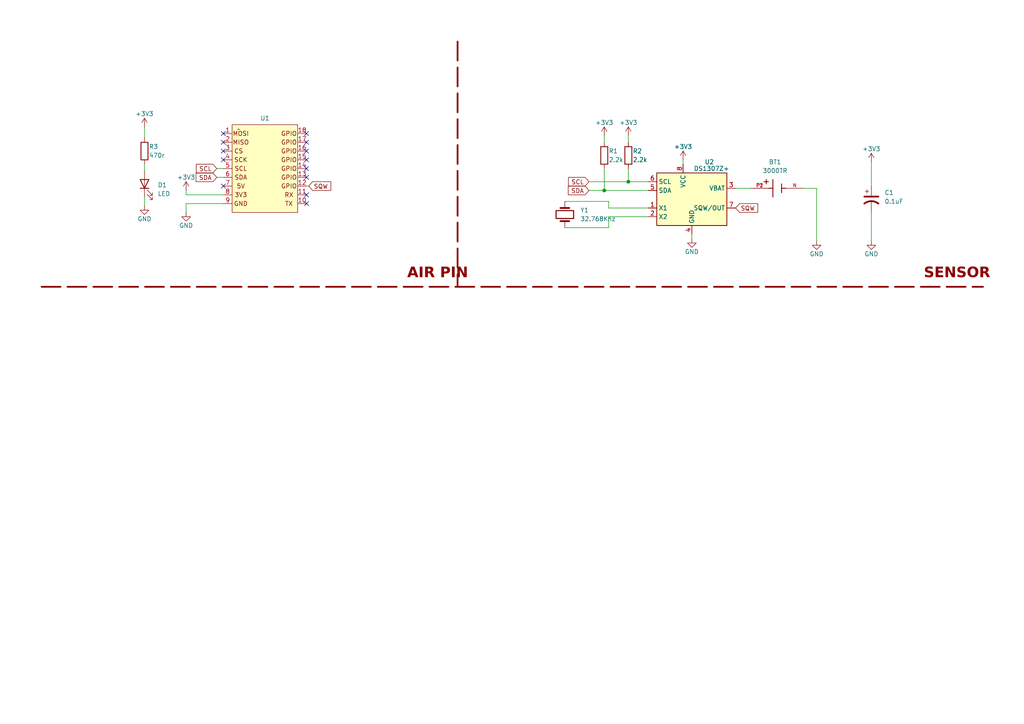
<source format=kicad_sch>
(kicad_sch (version 20230121) (generator eeschema)

  (uuid e7d03d59-2a89-47ef-aaa4-e2868f567b2f)

  (paper "A4")

  (lib_symbols
    (symbol "3000TR:3000TR" (pin_names (offset 1.016)) (in_bom yes) (on_board yes)
      (property "Reference" "BT" (at -3.81 3.81 0)
        (effects (font (size 1.27 1.27)) (justify left bottom))
      )
      (property "Value" "3000TR" (at -3.81 -5.08 0)
        (effects (font (size 1.27 1.27)) (justify left bottom))
      )
      (property "Footprint" "BAT_3000TR" (at 0 0 0)
        (effects (font (size 1.27 1.27)) (justify bottom) hide)
      )
      (property "Datasheet" "" (at 0 0 0)
        (effects (font (size 1.27 1.27)) hide)
      )
      (property "PARTREV" "M" (at 0 0 0)
        (effects (font (size 1.27 1.27)) (justify bottom) hide)
      )
      (property "MANUFACTURER" "Keystone Electronics" (at 0 0 0)
        (effects (font (size 1.27 1.27)) (justify bottom) hide)
      )
      (property "STANDARD" "Manufacturer Recommendations" (at 0 0 0)
        (effects (font (size 1.27 1.27)) (justify bottom) hide)
      )
      (property "MAXIMUM_PACKAGE_HEIGHT" "3.43mm" (at 0 0 0)
        (effects (font (size 1.27 1.27)) (justify bottom) hide)
      )
      (property "SNAPEDA_PN" "3000" (at 0 0 0)
        (effects (font (size 1.27 1.27)) (justify bottom) hide)
      )
      (symbol "3000TR_0_0"
        (polyline
          (pts
            (xy -3.81 1.905)
            (xy -2.54 1.905)
          )
          (stroke (width 0.254) (type default))
          (fill (type none))
        )
        (polyline
          (pts
            (xy -3.175 2.54)
            (xy -3.175 1.27)
          )
          (stroke (width 0.254) (type default))
          (fill (type none))
        )
        (polyline
          (pts
            (xy -1.27 0)
            (xy -2.54 0)
          )
          (stroke (width 0.254) (type default))
          (fill (type none))
        )
        (polyline
          (pts
            (xy -1.27 0)
            (xy -1.27 -2.54)
          )
          (stroke (width 0.254) (type default))
          (fill (type none))
        )
        (polyline
          (pts
            (xy -1.27 2.54)
            (xy -1.27 0)
          )
          (stroke (width 0.254) (type default))
          (fill (type none))
        )
        (polyline
          (pts
            (xy 1.27 0)
            (xy 1.27 -1.27)
          )
          (stroke (width 0.254) (type default))
          (fill (type none))
        )
        (polyline
          (pts
            (xy 1.27 0)
            (xy 2.54 0)
          )
          (stroke (width 0.254) (type default))
          (fill (type none))
        )
        (polyline
          (pts
            (xy 1.27 1.27)
            (xy 1.27 0)
          )
          (stroke (width 0.254) (type default))
          (fill (type none))
        )
        (pin passive line (at 7.62 0 180) (length 5.08)
          (name "~" (effects (font (size 1.016 1.016))))
          (number "N" (effects (font (size 1.016 1.016))))
        )
        (pin passive line (at -7.62 0 0) (length 5.08)
          (name "~" (effects (font (size 1.016 1.016))))
          (number "P1" (effects (font (size 1.016 1.016))))
        )
        (pin passive line (at -7.62 0 0) (length 5.08)
          (name "~" (effects (font (size 1.016 1.016))))
          (number "P2" (effects (font (size 1.016 1.016))))
        )
      )
    )
    (symbol "Device:C_Polarized_US" (pin_numbers hide) (pin_names (offset 0.254) hide) (in_bom yes) (on_board yes)
      (property "Reference" "C" (at 0.635 2.54 0)
        (effects (font (size 1.27 1.27)) (justify left))
      )
      (property "Value" "C_Polarized_US" (at 0.635 -2.54 0)
        (effects (font (size 1.27 1.27)) (justify left))
      )
      (property "Footprint" "" (at 0 0 0)
        (effects (font (size 1.27 1.27)) hide)
      )
      (property "Datasheet" "~" (at 0 0 0)
        (effects (font (size 1.27 1.27)) hide)
      )
      (property "ki_keywords" "cap capacitor" (at 0 0 0)
        (effects (font (size 1.27 1.27)) hide)
      )
      (property "ki_description" "Polarized capacitor, US symbol" (at 0 0 0)
        (effects (font (size 1.27 1.27)) hide)
      )
      (property "ki_fp_filters" "CP_*" (at 0 0 0)
        (effects (font (size 1.27 1.27)) hide)
      )
      (symbol "C_Polarized_US_0_1"
        (polyline
          (pts
            (xy -2.032 0.762)
            (xy 2.032 0.762)
          )
          (stroke (width 0.508) (type default))
          (fill (type none))
        )
        (polyline
          (pts
            (xy -1.778 2.286)
            (xy -0.762 2.286)
          )
          (stroke (width 0) (type default))
          (fill (type none))
        )
        (polyline
          (pts
            (xy -1.27 1.778)
            (xy -1.27 2.794)
          )
          (stroke (width 0) (type default))
          (fill (type none))
        )
        (arc (start 2.032 -1.27) (mid 0 -0.5572) (end -2.032 -1.27)
          (stroke (width 0.508) (type default))
          (fill (type none))
        )
      )
      (symbol "C_Polarized_US_1_1"
        (pin passive line (at 0 3.81 270) (length 2.794)
          (name "~" (effects (font (size 1.27 1.27))))
          (number "1" (effects (font (size 1.27 1.27))))
        )
        (pin passive line (at 0 -3.81 90) (length 3.302)
          (name "~" (effects (font (size 1.27 1.27))))
          (number "2" (effects (font (size 1.27 1.27))))
        )
      )
    )
    (symbol "Device:Crystal" (pin_numbers hide) (pin_names (offset 1.016) hide) (in_bom yes) (on_board yes)
      (property "Reference" "Y" (at 0 3.81 0)
        (effects (font (size 1.27 1.27)))
      )
      (property "Value" "Crystal" (at 0 -3.81 0)
        (effects (font (size 1.27 1.27)))
      )
      (property "Footprint" "" (at 0 0 0)
        (effects (font (size 1.27 1.27)) hide)
      )
      (property "Datasheet" "~" (at 0 0 0)
        (effects (font (size 1.27 1.27)) hide)
      )
      (property "ki_keywords" "quartz ceramic resonator oscillator" (at 0 0 0)
        (effects (font (size 1.27 1.27)) hide)
      )
      (property "ki_description" "Two pin crystal" (at 0 0 0)
        (effects (font (size 1.27 1.27)) hide)
      )
      (property "ki_fp_filters" "Crystal*" (at 0 0 0)
        (effects (font (size 1.27 1.27)) hide)
      )
      (symbol "Crystal_0_1"
        (rectangle (start -1.143 2.54) (end 1.143 -2.54)
          (stroke (width 0.3048) (type default))
          (fill (type none))
        )
        (polyline
          (pts
            (xy -2.54 0)
            (xy -1.905 0)
          )
          (stroke (width 0) (type default))
          (fill (type none))
        )
        (polyline
          (pts
            (xy -1.905 -1.27)
            (xy -1.905 1.27)
          )
          (stroke (width 0.508) (type default))
          (fill (type none))
        )
        (polyline
          (pts
            (xy 1.905 -1.27)
            (xy 1.905 1.27)
          )
          (stroke (width 0.508) (type default))
          (fill (type none))
        )
        (polyline
          (pts
            (xy 2.54 0)
            (xy 1.905 0)
          )
          (stroke (width 0) (type default))
          (fill (type none))
        )
      )
      (symbol "Crystal_1_1"
        (pin passive line (at -3.81 0 0) (length 1.27)
          (name "1" (effects (font (size 1.27 1.27))))
          (number "1" (effects (font (size 1.27 1.27))))
        )
        (pin passive line (at 3.81 0 180) (length 1.27)
          (name "2" (effects (font (size 1.27 1.27))))
          (number "2" (effects (font (size 1.27 1.27))))
        )
      )
    )
    (symbol "Device:LED" (pin_numbers hide) (pin_names (offset 1.016) hide) (in_bom yes) (on_board yes)
      (property "Reference" "D" (at 0 2.54 0)
        (effects (font (size 1.27 1.27)))
      )
      (property "Value" "LED" (at 0 -2.54 0)
        (effects (font (size 1.27 1.27)))
      )
      (property "Footprint" "" (at 0 0 0)
        (effects (font (size 1.27 1.27)) hide)
      )
      (property "Datasheet" "~" (at 0 0 0)
        (effects (font (size 1.27 1.27)) hide)
      )
      (property "ki_keywords" "LED diode" (at 0 0 0)
        (effects (font (size 1.27 1.27)) hide)
      )
      (property "ki_description" "Light emitting diode" (at 0 0 0)
        (effects (font (size 1.27 1.27)) hide)
      )
      (property "ki_fp_filters" "LED* LED_SMD:* LED_THT:*" (at 0 0 0)
        (effects (font (size 1.27 1.27)) hide)
      )
      (symbol "LED_0_1"
        (polyline
          (pts
            (xy -1.27 -1.27)
            (xy -1.27 1.27)
          )
          (stroke (width 0.254) (type default))
          (fill (type none))
        )
        (polyline
          (pts
            (xy -1.27 0)
            (xy 1.27 0)
          )
          (stroke (width 0) (type default))
          (fill (type none))
        )
        (polyline
          (pts
            (xy 1.27 -1.27)
            (xy 1.27 1.27)
            (xy -1.27 0)
            (xy 1.27 -1.27)
          )
          (stroke (width 0.254) (type default))
          (fill (type none))
        )
        (polyline
          (pts
            (xy -3.048 -0.762)
            (xy -4.572 -2.286)
            (xy -3.81 -2.286)
            (xy -4.572 -2.286)
            (xy -4.572 -1.524)
          )
          (stroke (width 0) (type default))
          (fill (type none))
        )
        (polyline
          (pts
            (xy -1.778 -0.762)
            (xy -3.302 -2.286)
            (xy -2.54 -2.286)
            (xy -3.302 -2.286)
            (xy -3.302 -1.524)
          )
          (stroke (width 0) (type default))
          (fill (type none))
        )
      )
      (symbol "LED_1_1"
        (pin passive line (at -3.81 0 0) (length 2.54)
          (name "K" (effects (font (size 1.27 1.27))))
          (number "1" (effects (font (size 1.27 1.27))))
        )
        (pin passive line (at 3.81 0 180) (length 2.54)
          (name "A" (effects (font (size 1.27 1.27))))
          (number "2" (effects (font (size 1.27 1.27))))
        )
      )
    )
    (symbol "Device:R" (pin_numbers hide) (pin_names (offset 0)) (in_bom yes) (on_board yes)
      (property "Reference" "R" (at 2.032 0 90)
        (effects (font (size 1.27 1.27)))
      )
      (property "Value" "R" (at 0 0 90)
        (effects (font (size 1.27 1.27)))
      )
      (property "Footprint" "" (at -1.778 0 90)
        (effects (font (size 1.27 1.27)) hide)
      )
      (property "Datasheet" "~" (at 0 0 0)
        (effects (font (size 1.27 1.27)) hide)
      )
      (property "ki_keywords" "R res resistor" (at 0 0 0)
        (effects (font (size 1.27 1.27)) hide)
      )
      (property "ki_description" "Resistor" (at 0 0 0)
        (effects (font (size 1.27 1.27)) hide)
      )
      (property "ki_fp_filters" "R_*" (at 0 0 0)
        (effects (font (size 1.27 1.27)) hide)
      )
      (symbol "R_0_1"
        (rectangle (start -1.016 -2.54) (end 1.016 2.54)
          (stroke (width 0.254) (type default))
          (fill (type none))
        )
      )
      (symbol "R_1_1"
        (pin passive line (at 0 3.81 270) (length 1.27)
          (name "~" (effects (font (size 1.27 1.27))))
          (number "1" (effects (font (size 1.27 1.27))))
        )
        (pin passive line (at 0 -3.81 90) (length 1.27)
          (name "~" (effects (font (size 1.27 1.27))))
          (number "2" (effects (font (size 1.27 1.27))))
        )
      )
    )
    (symbol "Timer_RTC:DS1307Z+" (in_bom yes) (on_board yes)
      (property "Reference" "U3" (at 16.51 3.6479 0)
        (effects (font (size 1.27 1.27)))
      )
      (property "Value" "DS1307Z+" (at 16.51 1.1079 0)
        (effects (font (size 1.27 1.27)))
      )
      (property "Footprint" "Package_SO:SOIC-8_3.9x4.9mm_P1.27mm" (at 0 -12.7 0)
        (effects (font (size 1.27 1.27)) hide)
      )
      (property "Datasheet" "https://datasheets.maximintegrated.com/en/ds/DS1307.pdf" (at 1.27 -7.62 0)
        (effects (font (size 1.27 1.27)) hide)
      )
      (property "ki_keywords" "RTC, I2C Timekeeping Chip" (at 0 0 0)
        (effects (font (size 1.27 1.27)) hide)
      )
      (property "ki_description" "64 x 8, Serial, I2C Real-time clock, 4.5V to 5.5V VCC, 0°C to +70°C, SOIC-8" (at 0 0 0)
        (effects (font (size 1.27 1.27)) hide)
      )
      (property "ki_fp_filters" "SOIC*3.9x4.9mm?P1.27mm*" (at 0 0 0)
        (effects (font (size 1.27 1.27)) hide)
      )
      (symbol "DS1307Z+_0_1"
        (rectangle (start -10.16 7.62) (end 10.16 -7.62)
          (stroke (width 0.254) (type default))
          (fill (type background))
        )
      )
      (symbol "DS1307Z+_1_1"
        (pin input line (at -12.7 -2.54 0) (length 2.54)
          (name "X1" (effects (font (size 1.27 1.27))))
          (number "1" (effects (font (size 1.27 1.27))))
        )
        (pin input line (at -12.7 -5.08 0) (length 2.54)
          (name "X2" (effects (font (size 1.27 1.27))))
          (number "2" (effects (font (size 1.27 1.27))))
        )
        (pin power_in line (at 12.7 3.175 180) (length 2.54)
          (name "VBAT" (effects (font (size 1.27 1.27))))
          (number "3" (effects (font (size 1.27 1.27))))
        )
        (pin power_in line (at 0 -10.16 90) (length 2.54)
          (name "GND" (effects (font (size 1.27 1.27))))
          (number "4" (effects (font (size 1.27 1.27))))
        )
        (pin bidirectional line (at -12.7 2.54 0) (length 2.54)
          (name "SDA" (effects (font (size 1.27 1.27))))
          (number "5" (effects (font (size 1.27 1.27))))
        )
        (pin input line (at -12.7 5.08 0) (length 2.54)
          (name "SCL" (effects (font (size 1.27 1.27))))
          (number "6" (effects (font (size 1.27 1.27))))
        )
        (pin open_collector line (at 12.7 -2.54 180) (length 2.54)
          (name "SQW/OUT" (effects (font (size 1.27 1.27))))
          (number "7" (effects (font (size 1.27 1.27))))
        )
        (pin power_in line (at -2.54 10.16 270) (length 2.54)
          (name "VCC" (effects (font (size 1.27 1.27))))
          (number "8" (effects (font (size 1.27 1.27))))
        )
      )
    )
    (symbol "moduler_pin:air" (in_bom yes) (on_board yes)
      (property "Reference" "U" (at 7.62 2.54 0)
        (effects (font (size 1.27 1.27)))
      )
      (property "Value" "" (at 0 0 0)
        (effects (font (size 1.27 1.27)))
      )
      (property "Footprint" "" (at 0 0 0)
        (effects (font (size 1.27 1.27)) hide)
      )
      (property "Datasheet" "" (at 0 0 0)
        (effects (font (size 1.27 1.27)) hide)
      )
      (symbol "air_1_1"
        (rectangle (start -1.905 1.27) (end 17.145 -24.13)
          (stroke (width 0) (type default))
          (fill (type background))
        )
        (text "3V3" (at 0.635 -19.05 0)
          (effects (font (size 1.27 1.27)))
        )
        (text "5V" (at 0.635 -16.51 0)
          (effects (font (size 1.27 1.27)))
        )
        (text "CS" (at 0 -6.35 0)
          (effects (font (size 1.27 1.27)))
        )
        (text "GND" (at 0.635 -21.59 0)
          (effects (font (size 1.27 1.27)))
        )
        (text "GPIO" (at 14.605 -16.51 0)
          (effects (font (size 1.27 1.27)))
        )
        (text "GPIO" (at 14.605 -13.97 0)
          (effects (font (size 1.27 1.27)))
        )
        (text "GPIO" (at 14.605 -11.43 0)
          (effects (font (size 1.27 1.27)))
        )
        (text "GPIO" (at 14.605 -8.89 0)
          (effects (font (size 1.27 1.27)))
        )
        (text "GPIO" (at 14.605 -6.35 0)
          (effects (font (size 1.27 1.27)))
        )
        (text "GPIO" (at 14.605 -3.81 0)
          (effects (font (size 1.27 1.27)))
        )
        (text "GPIO" (at 14.605 -1.27 0)
          (effects (font (size 1.27 1.27)))
        )
        (text "MISO" (at 0.635 -3.81 0)
          (effects (font (size 1.27 1.27)))
        )
        (text "MOSI" (at 0.635 -1.27 0)
          (effects (font (size 1.27 1.27)))
        )
        (text "RX" (at 14.605 -19.05 0)
          (effects (font (size 1.27 1.27)))
        )
        (text "SCK" (at 0.635 -8.89 0)
          (effects (font (size 1.27 1.27)))
        )
        (text "SCL" (at 0.635 -11.43 0)
          (effects (font (size 1.27 1.27)))
        )
        (text "SDA" (at 0.635 -13.97 0)
          (effects (font (size 1.27 1.27)))
        )
        (text "TX" (at 14.605 -21.59 0)
          (effects (font (size 1.27 1.27)))
        )
        (pin input line (at -4.445 -1.27 0) (length 2.54)
          (name "" (effects (font (size 1.27 1.27))))
          (number "1" (effects (font (size 1.27 1.27))))
        )
        (pin input line (at 19.685 -21.59 180) (length 2.54)
          (name "" (effects (font (size 1.27 1.27))))
          (number "10" (effects (font (size 1.27 1.27))))
        )
        (pin input line (at 19.685 -19.05 180) (length 2.54)
          (name "" (effects (font (size 1.27 1.27))))
          (number "11" (effects (font (size 1.27 1.27))))
        )
        (pin input line (at 19.685 -16.51 180) (length 2.54)
          (name "" (effects (font (size 1.27 1.27))))
          (number "12" (effects (font (size 1.27 1.27))))
        )
        (pin input line (at 19.685 -13.97 180) (length 2.54)
          (name "" (effects (font (size 1.27 1.27))))
          (number "13" (effects (font (size 1.27 1.27))))
        )
        (pin input line (at 19.685 -11.43 180) (length 2.54)
          (name "" (effects (font (size 1.27 1.27))))
          (number "14" (effects (font (size 1.27 1.27))))
        )
        (pin input line (at 19.685 -8.89 180) (length 2.54)
          (name "" (effects (font (size 1.27 1.27))))
          (number "15" (effects (font (size 1.27 1.27))))
        )
        (pin input line (at 19.685 -6.35 180) (length 2.54)
          (name "" (effects (font (size 1.27 1.27))))
          (number "16" (effects (font (size 1.27 1.27))))
        )
        (pin input line (at 19.685 -3.81 180) (length 2.54)
          (name "" (effects (font (size 1.27 1.27))))
          (number "17" (effects (font (size 1.27 1.27))))
        )
        (pin input line (at 19.685 -1.27 180) (length 2.54)
          (name "" (effects (font (size 1.27 1.27))))
          (number "18" (effects (font (size 1.27 1.27))))
        )
        (pin input line (at -4.445 -3.81 0) (length 2.54)
          (name "" (effects (font (size 1.27 1.27))))
          (number "2" (effects (font (size 1.27 1.27))))
        )
        (pin input line (at -4.445 -6.35 0) (length 2.54)
          (name "" (effects (font (size 1.27 1.27))))
          (number "3" (effects (font (size 1.27 1.27))))
        )
        (pin input line (at -4.445 -8.89 0) (length 2.54)
          (name "" (effects (font (size 1.27 1.27))))
          (number "4" (effects (font (size 1.27 1.27))))
        )
        (pin input line (at -4.445 -11.43 0) (length 2.54)
          (name "" (effects (font (size 1.27 1.27))))
          (number "5" (effects (font (size 1.27 1.27))))
        )
        (pin input line (at -4.445 -13.97 0) (length 2.54)
          (name "" (effects (font (size 1.27 1.27))))
          (number "6" (effects (font (size 1.27 1.27))))
        )
        (pin input line (at -4.445 -16.51 0) (length 2.54)
          (name "" (effects (font (size 1.27 1.27))))
          (number "7" (effects (font (size 1.27 1.27))))
        )
        (pin input line (at -4.445 -19.05 0) (length 2.54)
          (name "" (effects (font (size 1.27 1.27))))
          (number "8" (effects (font (size 1.27 1.27))))
        )
        (pin input line (at -4.445 -21.59 0) (length 2.54)
          (name "" (effects (font (size 1.27 1.27))))
          (number "9" (effects (font (size 1.27 1.27))))
        )
      )
    )
    (symbol "power:+3V3" (power) (pin_names (offset 0)) (in_bom yes) (on_board yes)
      (property "Reference" "#PWR" (at 0 -3.81 0)
        (effects (font (size 1.27 1.27)) hide)
      )
      (property "Value" "+3V3" (at 0 3.556 0)
        (effects (font (size 1.27 1.27)))
      )
      (property "Footprint" "" (at 0 0 0)
        (effects (font (size 1.27 1.27)) hide)
      )
      (property "Datasheet" "" (at 0 0 0)
        (effects (font (size 1.27 1.27)) hide)
      )
      (property "ki_keywords" "global power" (at 0 0 0)
        (effects (font (size 1.27 1.27)) hide)
      )
      (property "ki_description" "Power symbol creates a global label with name \"+3V3\"" (at 0 0 0)
        (effects (font (size 1.27 1.27)) hide)
      )
      (symbol "+3V3_0_1"
        (polyline
          (pts
            (xy -0.762 1.27)
            (xy 0 2.54)
          )
          (stroke (width 0) (type default))
          (fill (type none))
        )
        (polyline
          (pts
            (xy 0 0)
            (xy 0 2.54)
          )
          (stroke (width 0) (type default))
          (fill (type none))
        )
        (polyline
          (pts
            (xy 0 2.54)
            (xy 0.762 1.27)
          )
          (stroke (width 0) (type default))
          (fill (type none))
        )
      )
      (symbol "+3V3_1_1"
        (pin power_in line (at 0 0 90) (length 0) hide
          (name "+3V3" (effects (font (size 1.27 1.27))))
          (number "1" (effects (font (size 1.27 1.27))))
        )
      )
    )
    (symbol "power:GND" (power) (pin_names (offset 0)) (in_bom yes) (on_board yes)
      (property "Reference" "#PWR" (at 0 -6.35 0)
        (effects (font (size 1.27 1.27)) hide)
      )
      (property "Value" "GND" (at 0 -3.81 0)
        (effects (font (size 1.27 1.27)))
      )
      (property "Footprint" "" (at 0 0 0)
        (effects (font (size 1.27 1.27)) hide)
      )
      (property "Datasheet" "" (at 0 0 0)
        (effects (font (size 1.27 1.27)) hide)
      )
      (property "ki_keywords" "power-flag" (at 0 0 0)
        (effects (font (size 1.27 1.27)) hide)
      )
      (property "ki_description" "Power symbol creates a global label with name \"GND\" , ground" (at 0 0 0)
        (effects (font (size 1.27 1.27)) hide)
      )
      (symbol "GND_0_1"
        (polyline
          (pts
            (xy 0 0)
            (xy 0 -1.27)
            (xy 1.27 -1.27)
            (xy 0 -2.54)
            (xy -1.27 -1.27)
            (xy 0 -1.27)
          )
          (stroke (width 0) (type default))
          (fill (type none))
        )
      )
      (symbol "GND_1_1"
        (pin power_in line (at 0 0 270) (length 0) hide
          (name "GND" (effects (font (size 1.27 1.27))))
          (number "1" (effects (font (size 1.27 1.27))))
        )
      )
    )
  )

  (junction (at 182.245 52.705) (diameter 0) (color 0 0 0 0)
    (uuid 44fe027d-3e44-4802-a6d8-601b7a56392c)
  )
  (junction (at 175.26 55.245) (diameter 0) (color 0 0 0 0)
    (uuid af1ef724-8008-492a-a7f5-39947fb13a58)
  )

  (no_connect (at 64.77 43.815) (uuid 0123f662-9220-4be6-a7c9-46ecaf2408bb))
  (no_connect (at 88.9 56.515) (uuid 14a46752-5548-4200-a087-42cebb0ba68e))
  (no_connect (at 88.9 38.735) (uuid 201507ce-60b1-4c63-ac6f-c43bf13e9b05))
  (no_connect (at 64.77 38.735) (uuid 365f35b0-ff13-47bb-bbdb-7b321134cd9e))
  (no_connect (at 88.9 51.435) (uuid 379a6938-671d-4ad2-a516-b7b649bd6439))
  (no_connect (at 88.9 59.055) (uuid 4e2ca0d2-d7f9-4683-8090-d48305a51973))
  (no_connect (at 88.9 43.815) (uuid 4e5038fd-2658-4c1e-8314-3b3ec2a19c3d))
  (no_connect (at 64.77 46.355) (uuid 7ebc8d05-016e-4f06-bbe4-6b32d7f36e8c))
  (no_connect (at 88.9 48.895) (uuid 8b846fc4-c8f9-48cb-8931-c7e6bd9593c1))
  (no_connect (at 88.9 41.275) (uuid 9f6da630-8903-4a70-9b22-39b3391062e6))
  (no_connect (at 88.9 46.355) (uuid b02f28d0-8ee1-46a4-b79c-b5f079b782b2))
  (no_connect (at 64.77 53.975) (uuid c79c6686-419c-4795-bea7-9cf230b132e4))
  (no_connect (at 64.77 41.275) (uuid fbd40fec-f328-4fb8-a6ee-fea31cac051f))

  (polyline (pts (xy 12.065 83.185) (xy 285.115 83.185))
    (stroke (width 0.5) (type dash) (color 132 0 0 1))
    (uuid 0e06416d-72d7-4af7-8fd7-2362d9b2b220)
  )

  (wire (pts (xy 252.73 46.99) (xy 252.73 53.975))
    (stroke (width 0) (type default))
    (uuid 10bdf9f3-b300-49ed-b062-bf628fd2892a)
  )
  (wire (pts (xy 213.36 54.61) (xy 217.805 54.61))
    (stroke (width 0) (type default))
    (uuid 1acd68ad-6711-43ad-a9a1-8b8ba564e76b)
  )
  (wire (pts (xy 236.855 54.61) (xy 236.855 69.85))
    (stroke (width 0) (type default))
    (uuid 20a79ab5-dcc9-4a0c-83eb-83c0527d7d07)
  )
  (wire (pts (xy 175.26 39.37) (xy 175.26 41.275))
    (stroke (width 0) (type default))
    (uuid 39d650fa-b19f-41a4-8678-b70baaab2cd4)
  )
  (wire (pts (xy 187.96 60.325) (xy 176.53 60.325))
    (stroke (width 0) (type default))
    (uuid 3a0568d0-d979-445b-80ba-1dd02cd52113)
  )
  (wire (pts (xy 53.975 56.515) (xy 64.77 56.515))
    (stroke (width 0) (type default))
    (uuid 42d517f1-f9bc-45f4-9252-9d6528c79b7b)
  )
  (wire (pts (xy 176.53 62.865) (xy 187.96 62.865))
    (stroke (width 0) (type default))
    (uuid 43ed9d43-04bb-443d-a0f9-4c619c1d8d70)
  )
  (wire (pts (xy 89.535 53.975) (xy 88.9 53.975))
    (stroke (width 0) (type default))
    (uuid 4467afca-c160-4f7e-9e17-76d51f36aee0)
  )
  (wire (pts (xy 53.975 59.055) (xy 64.77 59.055))
    (stroke (width 0) (type default))
    (uuid 4a0de37e-d1dd-4d5a-9e29-2e2b19e2e8ad)
  )
  (wire (pts (xy 53.975 61.595) (xy 53.975 59.055))
    (stroke (width 0) (type default))
    (uuid 57a02a1e-0667-4b22-bc19-c21d3650316d)
  )
  (wire (pts (xy 41.91 59.69) (xy 41.91 57.15))
    (stroke (width 0) (type default))
    (uuid 66d5471e-c6df-4afc-98da-4d0a294c1019)
  )
  (wire (pts (xy 62.865 48.895) (xy 64.77 48.895))
    (stroke (width 0) (type default))
    (uuid 6f60485b-5429-42eb-bae6-21052e838c41)
  )
  (wire (pts (xy 170.815 55.245) (xy 175.26 55.245))
    (stroke (width 0) (type default))
    (uuid 703d15d4-71eb-4064-a446-b15c2935692e)
  )
  (wire (pts (xy 233.045 54.61) (xy 236.855 54.61))
    (stroke (width 0) (type default))
    (uuid 73acf139-3591-4c86-9cc5-5e4066426976)
  )
  (polyline (pts (xy 132.715 12.065) (xy 132.715 83.185))
    (stroke (width 0.5) (type dash) (color 132 0 0 1))
    (uuid 741891ba-2369-4bee-887d-8c4d42e0808f)
  )

  (wire (pts (xy 182.245 52.705) (xy 187.96 52.705))
    (stroke (width 0) (type default))
    (uuid 8ab83133-7108-4e26-a1fb-b3dc7d03cb9f)
  )
  (wire (pts (xy 175.26 48.895) (xy 175.26 55.245))
    (stroke (width 0) (type default))
    (uuid 8b38c9a4-aece-4167-9a11-33e88c030920)
  )
  (wire (pts (xy 198.12 46.355) (xy 198.12 47.625))
    (stroke (width 0) (type default))
    (uuid 9d74dd73-e36c-45ae-a598-5d70e867e291)
  )
  (wire (pts (xy 176.53 66.04) (xy 176.53 62.865))
    (stroke (width 0) (type default))
    (uuid a030909f-1c1b-478e-b1f2-9777863d7a25)
  )
  (wire (pts (xy 252.73 69.85) (xy 252.73 61.595))
    (stroke (width 0) (type default))
    (uuid b45e2a0b-1c02-4802-859e-5f261ee18828)
  )
  (wire (pts (xy 182.245 39.37) (xy 182.245 41.275))
    (stroke (width 0) (type default))
    (uuid b66d8404-8f49-4e28-b816-be34553c20cb)
  )
  (wire (pts (xy 41.91 47.625) (xy 41.91 49.53))
    (stroke (width 0) (type default))
    (uuid bc8e6a65-00b5-4128-b4dd-c72bfa1815b6)
  )
  (wire (pts (xy 176.53 58.42) (xy 163.83 58.42))
    (stroke (width 0) (type default))
    (uuid c19b56f9-2d78-4584-9be1-f82d8eb2a3b2)
  )
  (wire (pts (xy 176.53 60.325) (xy 176.53 58.42))
    (stroke (width 0) (type default))
    (uuid c341002f-c334-436c-8474-15a5bd827323)
  )
  (wire (pts (xy 170.815 52.705) (xy 182.245 52.705))
    (stroke (width 0) (type default))
    (uuid cf07dfe6-bf24-47e0-a070-a8e25d6dd9e5)
  )
  (wire (pts (xy 53.975 55.245) (xy 53.975 56.515))
    (stroke (width 0) (type default))
    (uuid cf0d28db-91ff-4c16-b939-d2729a54cfe9)
  )
  (wire (pts (xy 182.245 48.895) (xy 182.245 52.705))
    (stroke (width 0) (type default))
    (uuid d3c5fb99-1b75-437c-9c10-ecc298755e80)
  )
  (wire (pts (xy 200.66 69.215) (xy 200.66 67.945))
    (stroke (width 0) (type default))
    (uuid d893309c-3b71-4b9c-8f2a-d7cc227dc7ff)
  )
  (wire (pts (xy 41.91 36.83) (xy 41.91 40.005))
    (stroke (width 0) (type default))
    (uuid eeab73f6-b409-4a20-a9ae-864e62c7f103)
  )
  (wire (pts (xy 163.83 66.04) (xy 176.53 66.04))
    (stroke (width 0) (type default))
    (uuid f0ebc9e6-ef2c-4901-8345-99d15b502786)
  )
  (wire (pts (xy 175.26 55.245) (xy 187.96 55.245))
    (stroke (width 0) (type default))
    (uuid f236ac1c-1f55-4b91-99f9-3765a8258a47)
  )
  (wire (pts (xy 62.865 51.435) (xy 64.77 51.435))
    (stroke (width 0) (type default))
    (uuid fb8c454b-bc11-49f7-b29d-b51941963c8c)
  )

  (text "AIR PIN" (at 118.11 81.915 0)
    (effects (font (face "Calibri") (size 3 3) (thickness 0.6) bold (color 132 0 0 1)) (justify left bottom))
    (uuid 45faa6a5-74a0-431c-bf50-71bd5856bc51)
  )
  (text "SENSOR" (at 267.97 81.915 0)
    (effects (font (face "Calibri") (size 3 3) (thickness 0.6) bold (color 132 0 0 1)) (justify left bottom))
    (uuid a5edf1e1-ae8d-4812-965b-2eeb8a6f5bd8)
  )

  (global_label "SCL" (shape input) (at 62.865 48.895 180) (fields_autoplaced)
    (effects (font (size 1.27 1.27)) (justify right))
    (uuid 01d76573-45e4-45de-9329-ba6acebb04d0)
    (property "Intersheetrefs" "${INTERSHEET_REFS}" (at 56.4516 48.895 0)
      (effects (font (size 1.27 1.27)) (justify right) hide)
    )
  )
  (global_label "SDA" (shape input) (at 170.815 55.245 180) (fields_autoplaced)
    (effects (font (size 1.27 1.27)) (justify right))
    (uuid 0531625b-ff4d-4391-872e-0725a891c65f)
    (property "Intersheetrefs" "${INTERSHEET_REFS}" (at 164.3411 55.245 0)
      (effects (font (size 1.27 1.27)) (justify right) hide)
    )
  )
  (global_label "SQW" (shape input) (at 89.535 53.975 0) (fields_autoplaced)
    (effects (font (size 1.27 1.27)) (justify left))
    (uuid 4c7bc3fb-17d5-43a8-a7a1-6105b7fbf1ec)
    (property "Intersheetrefs" "${INTERSHEET_REFS}" (at 96.4322 53.975 0)
      (effects (font (size 1.27 1.27)) (justify left) hide)
    )
  )
  (global_label "SQW" (shape input) (at 213.36 60.325 0) (fields_autoplaced)
    (effects (font (size 1.27 1.27)) (justify left))
    (uuid 935cbdb3-55eb-48b5-84c9-47c9c5ee488c)
    (property "Intersheetrefs" "${INTERSHEET_REFS}" (at 220.2572 60.325 0)
      (effects (font (size 1.27 1.27)) (justify left) hide)
    )
  )
  (global_label "SCL" (shape input) (at 170.815 52.705 180) (fields_autoplaced)
    (effects (font (size 1.27 1.27)) (justify right))
    (uuid e0289b16-3d41-4fad-997d-3de6d689ca83)
    (property "Intersheetrefs" "${INTERSHEET_REFS}" (at 164.4016 52.705 0)
      (effects (font (size 1.27 1.27)) (justify right) hide)
    )
  )
  (global_label "SDA" (shape input) (at 62.865 51.435 180) (fields_autoplaced)
    (effects (font (size 1.27 1.27)) (justify right))
    (uuid e311c6b9-b808-4b18-9c44-71e580cc4d8c)
    (property "Intersheetrefs" "${INTERSHEET_REFS}" (at 56.3911 51.435 0)
      (effects (font (size 1.27 1.27)) (justify right) hide)
    )
  )

  (symbol (lib_id "Device:R") (at 41.91 43.815 0) (unit 1)
    (in_bom yes) (on_board yes) (dnp no)
    (uuid 10fcc7dc-c920-4d12-8dc4-b4f613bb7443)
    (property "Reference" "R3" (at 43.18 42.545 0)
      (effects (font (size 1.27 1.27)) (justify left))
    )
    (property "Value" "470r" (at 43.18 45.085 0)
      (effects (font (size 1.27 1.27)) (justify left))
    )
    (property "Footprint" "Resistor_SMD:R_0805_2012Metric" (at 40.132 43.815 90)
      (effects (font (size 1.27 1.27)) hide)
    )
    (property "Datasheet" "~" (at 41.91 43.815 0)
      (effects (font (size 1.27 1.27)) hide)
    )
    (pin "1" (uuid 954f5eac-e54c-49f5-8ded-e5bb76f1d7ca))
    (pin "2" (uuid 139c2162-b95b-4cb9-95f6-4fe84fc3998b))
    (instances
      (project "0005_RTC_Module_DS1307"
        (path "/e7d03d59-2a89-47ef-aaa4-e2868f567b2f"
          (reference "R3") (unit 1)
        )
      )
    )
  )

  (symbol (lib_id "power:+3V3") (at 252.73 46.99 0) (unit 1)
    (in_bom yes) (on_board yes) (dnp no)
    (uuid 2332f940-fcd8-49c7-b19e-4cc35a529c02)
    (property "Reference" "#PWR03" (at 252.73 50.8 0)
      (effects (font (size 1.27 1.27)) hide)
    )
    (property "Value" "+3V3" (at 252.73 43.18 0)
      (effects (font (size 1.27 1.27)))
    )
    (property "Footprint" "" (at 252.73 46.99 0)
      (effects (font (size 1.27 1.27)) hide)
    )
    (property "Datasheet" "" (at 252.73 46.99 0)
      (effects (font (size 1.27 1.27)) hide)
    )
    (pin "1" (uuid cad4861f-d34a-4820-ab3c-23d16309ada5))
    (instances
      (project "0005_RTC_Module_DS1307"
        (path "/e7d03d59-2a89-47ef-aaa4-e2868f567b2f"
          (reference "#PWR03") (unit 1)
        )
      )
    )
  )

  (symbol (lib_id "Timer_RTC:DS1307Z+") (at 200.66 57.785 0) (unit 1)
    (in_bom yes) (on_board yes) (dnp no)
    (uuid 2350d3cb-1b67-41a2-8c85-60a8b2e6fefd)
    (property "Reference" "U2" (at 205.74 46.99 0)
      (effects (font (size 1.27 1.27)))
    )
    (property "Value" "DS1307Z+" (at 206.375 48.895 0)
      (effects (font (size 1.27 1.27)))
    )
    (property "Footprint" "Package_SO:SOIC-8_3.9x4.9mm_P1.27mm" (at 200.66 70.485 0)
      (effects (font (size 1.27 1.27)) hide)
    )
    (property "Datasheet" "https://datasheets.maximintegrated.com/en/ds/DS1307.pdf" (at 201.93 65.405 0)
      (effects (font (size 1.27 1.27)) hide)
    )
    (pin "1" (uuid 7d17e974-5521-4b73-a59a-f0595943667e))
    (pin "2" (uuid f94e98fe-cf45-43db-99f6-fec2c476b4ce))
    (pin "3" (uuid 70d63b70-2261-4111-87c7-28ac6ce8e1b5))
    (pin "4" (uuid c11155e0-dbe0-4a41-a382-2e3b477a0613))
    (pin "5" (uuid 8d437034-1b17-4035-a42b-c71942ff93ab))
    (pin "6" (uuid b3b9d3bd-7062-4b02-806d-cd2c4efaa3bf))
    (pin "7" (uuid f4f28626-87ac-4dad-a0a5-53927297f0d1))
    (pin "8" (uuid 5429bb17-d2ca-4687-b54e-eed978bb8b56))
    (instances
      (project "0005_RTC_Module_DS1307"
        (path "/e7d03d59-2a89-47ef-aaa4-e2868f567b2f"
          (reference "U2") (unit 1)
        )
      )
    )
  )

  (symbol (lib_id "power:GND") (at 41.91 59.69 0) (unit 1)
    (in_bom yes) (on_board yes) (dnp no)
    (uuid 496a2e0b-5061-4442-8923-e10ceb3b6590)
    (property "Reference" "#PWR01" (at 41.91 66.04 0)
      (effects (font (size 1.27 1.27)) hide)
    )
    (property "Value" "GND" (at 41.91 63.5 0)
      (effects (font (size 1.27 1.27)))
    )
    (property "Footprint" "" (at 41.91 59.69 0)
      (effects (font (size 1.27 1.27)) hide)
    )
    (property "Datasheet" "" (at 41.91 59.69 0)
      (effects (font (size 1.27 1.27)) hide)
    )
    (pin "1" (uuid bfa43fae-7639-41ef-ba85-ffd5e7baecb1))
    (instances
      (project "0005_RTC_Module"
        (path "/afad4ce4-ab63-4203-a1e6-29e4f691ae56"
          (reference "#PWR01") (unit 1)
        )
      )
      (project "0005_RTC_Module_DS1307"
        (path "/e7d03d59-2a89-47ef-aaa4-e2868f567b2f"
          (reference "#PWR09") (unit 1)
        )
      )
    )
  )

  (symbol (lib_id "power:GND") (at 252.73 69.85 0) (unit 1)
    (in_bom yes) (on_board yes) (dnp no)
    (uuid 56618b6c-1bd9-4c0d-8fd4-082d91b529eb)
    (property "Reference" "#PWR04" (at 252.73 76.2 0)
      (effects (font (size 1.27 1.27)) hide)
    )
    (property "Value" "GND" (at 252.73 73.66 0)
      (effects (font (size 1.27 1.27)))
    )
    (property "Footprint" "" (at 252.73 69.85 0)
      (effects (font (size 1.27 1.27)) hide)
    )
    (property "Datasheet" "" (at 252.73 69.85 0)
      (effects (font (size 1.27 1.27)) hide)
    )
    (pin "1" (uuid 1346b634-66d8-4ae7-81ed-e7abed37a415))
    (instances
      (project "0005_RTC_Module"
        (path "/afad4ce4-ab63-4203-a1e6-29e4f691ae56"
          (reference "#PWR04") (unit 1)
        )
      )
      (project "0005_RTC_Module_DS1307"
        (path "/e7d03d59-2a89-47ef-aaa4-e2868f567b2f"
          (reference "#PWR07") (unit 1)
        )
      )
    )
  )

  (symbol (lib_id "moduler_pin:air") (at 69.215 37.465 0) (unit 1)
    (in_bom yes) (on_board yes) (dnp no) (fields_autoplaced)
    (uuid 5d03bc52-4d0f-4465-a67e-f8b45ee6b368)
    (property "Reference" "U1" (at 76.835 34.29 0)
      (effects (font (size 1.27 1.27)))
    )
    (property "Value" "~" (at 69.215 37.465 0)
      (effects (font (size 1.27 1.27)))
    )
    (property "Footprint" "Moduler_:pin_header" (at 69.215 37.465 0)
      (effects (font (size 1.27 1.27)) hide)
    )
    (property "Datasheet" "" (at 69.215 37.465 0)
      (effects (font (size 1.27 1.27)) hide)
    )
    (pin "1" (uuid 3d02e3fc-3eb8-4149-a932-8c83bae6d3b0))
    (pin "10" (uuid ba006dd1-8913-4a17-ad38-d82a817af179))
    (pin "11" (uuid 3825546a-ec59-4805-97e0-d0f7fdeb0bd2))
    (pin "12" (uuid ac0ce132-cc83-49c6-ac3a-f8e7f6f3a468))
    (pin "13" (uuid 2a8fd593-d70a-4dcc-8891-2e3a3a977b88))
    (pin "14" (uuid 71b9e69e-8cb0-48d4-9655-7e104c5c47af))
    (pin "15" (uuid 67af9961-4fe4-43c3-adc2-3c00f00cd938))
    (pin "16" (uuid 23bfcbbf-fa24-4529-a2fc-877ef62f4489))
    (pin "17" (uuid eb4137b9-3104-48fb-a67b-6b24928ffeeb))
    (pin "18" (uuid 868c0659-13ae-4696-b721-56dd6474edca))
    (pin "2" (uuid a0196e75-22e4-4309-98ed-3c46e1cc8c86))
    (pin "3" (uuid 6a620ce7-ece5-4fbd-b4ec-c4e3e599ffde))
    (pin "4" (uuid 7258df48-bf65-40e9-be29-839654d0e048))
    (pin "5" (uuid 4293bcd5-602b-4ff5-a31a-469a62b4d34a))
    (pin "6" (uuid e674e564-5472-40fa-8367-10392b4cd51d))
    (pin "7" (uuid 6bc88205-e0f3-44c4-9bd3-dabbcb02b0b2))
    (pin "8" (uuid d951c57e-9f40-4dbf-871a-8673b76ce84b))
    (pin "9" (uuid 7f09dc0e-f8ed-427c-846a-5804e84fa5bc))
    (instances
      (project "0005_RTC_Module_DS1307"
        (path "/e7d03d59-2a89-47ef-aaa4-e2868f567b2f"
          (reference "U1") (unit 1)
        )
      )
    )
  )

  (symbol (lib_id "Device:Crystal") (at 163.83 62.23 90) (unit 1)
    (in_bom yes) (on_board yes) (dnp no) (fields_autoplaced)
    (uuid 5d90a376-ee19-4952-bd77-3122913decb8)
    (property "Reference" "Y1" (at 168.275 60.96 90)
      (effects (font (size 1.27 1.27)) (justify right))
    )
    (property "Value" "32.768Khz" (at 168.275 63.5 90)
      (effects (font (size 1.27 1.27)) (justify right))
    )
    (property "Footprint" "Crystal:XTAL_ECS-.327-12.5-8X-C" (at 163.83 62.23 0)
      (effects (font (size 1.27 1.27)) hide)
    )
    (property "Datasheet" "~" (at 163.83 62.23 0)
      (effects (font (size 1.27 1.27)) hide)
    )
    (pin "1" (uuid c1d5d7e0-baae-44cd-af0c-b9a3572b0c92))
    (pin "2" (uuid 1b2fd493-2117-41f1-af6a-17f2f4e7cad0))
    (instances
      (project "0005_RTC_Module"
        (path "/afad4ce4-ab63-4203-a1e6-29e4f691ae56"
          (reference "Y1") (unit 1)
        )
      )
      (project "0005_RTC_Module_DS1307"
        (path "/e7d03d59-2a89-47ef-aaa4-e2868f567b2f"
          (reference "Y1") (unit 1)
        )
      )
    )
  )

  (symbol (lib_id "Device:C_Polarized_US") (at 252.73 57.785 0) (unit 1)
    (in_bom yes) (on_board yes) (dnp no) (fields_autoplaced)
    (uuid 70d13c78-2539-4770-84a2-8dd66198e0f5)
    (property "Reference" "C1" (at 256.54 55.88 0)
      (effects (font (size 1.27 1.27)) (justify left))
    )
    (property "Value" "0.1uF" (at 256.54 58.42 0)
      (effects (font (size 1.27 1.27)) (justify left))
    )
    (property "Footprint" "Capacitor_SMD:T491A" (at 252.73 57.785 0)
      (effects (font (size 1.27 1.27)) hide)
    )
    (property "Datasheet" "~" (at 252.73 57.785 0)
      (effects (font (size 1.27 1.27)) hide)
    )
    (pin "1" (uuid 7cb2fece-f7ae-4045-ada7-065458b3eeda))
    (pin "2" (uuid 855d8798-da56-41b9-8906-801078f8a113))
    (instances
      (project "0005_RTC_Module"
        (path "/afad4ce4-ab63-4203-a1e6-29e4f691ae56"
          (reference "C1") (unit 1)
        )
      )
      (project "0005_RTC_Module_DS1307"
        (path "/e7d03d59-2a89-47ef-aaa4-e2868f567b2f"
          (reference "C1") (unit 1)
        )
      )
    )
  )

  (symbol (lib_id "Device:R") (at 182.245 45.085 0) (unit 1)
    (in_bom yes) (on_board yes) (dnp no)
    (uuid 725f8ec0-9c14-40d5-bcc1-9e94c9d0f3cb)
    (property "Reference" "R1" (at 183.515 43.815 0)
      (effects (font (size 1.27 1.27)) (justify left))
    )
    (property "Value" "2.2k" (at 183.515 46.355 0)
      (effects (font (size 1.27 1.27)) (justify left))
    )
    (property "Footprint" "Resistor_SMD:R_0805_2012Metric" (at 180.467 45.085 90)
      (effects (font (size 1.27 1.27)) hide)
    )
    (property "Datasheet" "~" (at 182.245 45.085 0)
      (effects (font (size 1.27 1.27)) hide)
    )
    (pin "1" (uuid 65713815-1c35-4349-a7bd-9fd2fdaf25dc))
    (pin "2" (uuid 75c8035b-a5b2-4e3d-81eb-cde25c7698dc))
    (instances
      (project "0005_RTC_Module"
        (path "/afad4ce4-ab63-4203-a1e6-29e4f691ae56"
          (reference "R1") (unit 1)
        )
      )
      (project "0005_RTC_Module_DS1307"
        (path "/e7d03d59-2a89-47ef-aaa4-e2868f567b2f"
          (reference "R2") (unit 1)
        )
      )
    )
  )

  (symbol (lib_id "power:+3V3") (at 41.91 36.83 0) (unit 1)
    (in_bom yes) (on_board yes) (dnp no)
    (uuid 85526f8e-6540-4001-aa74-e1b4e276ee32)
    (property "Reference" "#PWR08" (at 41.91 40.64 0)
      (effects (font (size 1.27 1.27)) hide)
    )
    (property "Value" "+3V3" (at 41.91 33.02 0)
      (effects (font (size 1.27 1.27)))
    )
    (property "Footprint" "" (at 41.91 36.83 0)
      (effects (font (size 1.27 1.27)) hide)
    )
    (property "Datasheet" "" (at 41.91 36.83 0)
      (effects (font (size 1.27 1.27)) hide)
    )
    (pin "1" (uuid ba6fbf0b-beab-4ca9-b079-a27f9dc4aa87))
    (instances
      (project "0005_RTC_Module_DS1307"
        (path "/e7d03d59-2a89-47ef-aaa4-e2868f567b2f"
          (reference "#PWR08") (unit 1)
        )
      )
    )
  )

  (symbol (lib_id "3000TR:3000TR") (at 225.425 54.61 0) (unit 1)
    (in_bom yes) (on_board yes) (dnp no) (fields_autoplaced)
    (uuid 89a516ef-a65b-43f8-bf0c-30f7daca2cac)
    (property "Reference" "BT2" (at 224.79 46.99 0)
      (effects (font (size 1.27 1.27)))
    )
    (property "Value" "3000TR" (at 224.79 49.53 0)
      (effects (font (size 1.27 1.27)))
    )
    (property "Footprint" "keystone_3001:BAT_3000TR" (at 225.425 54.61 0)
      (effects (font (size 1.27 1.27)) (justify bottom) hide)
    )
    (property "Datasheet" "" (at 225.425 54.61 0)
      (effects (font (size 1.27 1.27)) hide)
    )
    (property "PARTREV" "M" (at 225.425 54.61 0)
      (effects (font (size 1.27 1.27)) (justify bottom) hide)
    )
    (property "MANUFACTURER" "Keystone Electronics" (at 225.425 54.61 0)
      (effects (font (size 1.27 1.27)) (justify bottom) hide)
    )
    (property "STANDARD" "Manufacturer Recommendations" (at 225.425 54.61 0)
      (effects (font (size 1.27 1.27)) (justify bottom) hide)
    )
    (property "MAXIMUM_PACKAGE_HEIGHT" "3.43mm" (at 225.425 54.61 0)
      (effects (font (size 1.27 1.27)) (justify bottom) hide)
    )
    (property "SNAPEDA_PN" "3000" (at 225.425 54.61 0)
      (effects (font (size 1.27 1.27)) (justify bottom) hide)
    )
    (pin "N" (uuid e9a33766-64a2-46ea-8853-ba3023e68eb5))
    (pin "P1" (uuid ea0e8fc2-3ddb-43e5-94b2-aade1980f4d0))
    (pin "P2" (uuid 77ebd918-131a-4ba3-94b5-7038103412f5))
    (instances
      (project "0005_RTC_Module"
        (path "/afad4ce4-ab63-4203-a1e6-29e4f691ae56"
          (reference "BT2") (unit 1)
        )
      )
      (project "0005_RTC_Module_DS1307"
        (path "/e7d03d59-2a89-47ef-aaa4-e2868f567b2f"
          (reference "BT1") (unit 1)
        )
      )
    )
  )

  (symbol (lib_id "power:+3V3") (at 198.12 46.355 0) (unit 1)
    (in_bom yes) (on_board yes) (dnp no)
    (uuid 94e2e5c9-608f-4e66-9b0d-087daca308b0)
    (property "Reference" "#PWR02" (at 198.12 50.165 0)
      (effects (font (size 1.27 1.27)) hide)
    )
    (property "Value" "+3V3" (at 198.12 42.545 0)
      (effects (font (size 1.27 1.27)))
    )
    (property "Footprint" "" (at 198.12 46.355 0)
      (effects (font (size 1.27 1.27)) hide)
    )
    (property "Datasheet" "" (at 198.12 46.355 0)
      (effects (font (size 1.27 1.27)) hide)
    )
    (pin "1" (uuid 93b9ce55-d1bc-48f1-b23f-80bb19063cfe))
    (instances
      (project "0005_RTC_Module_DS1307"
        (path "/e7d03d59-2a89-47ef-aaa4-e2868f567b2f"
          (reference "#PWR02") (unit 1)
        )
      )
    )
  )

  (symbol (lib_id "power:+3V3") (at 182.245 39.37 0) (unit 1)
    (in_bom yes) (on_board yes) (dnp no)
    (uuid a20708b9-c299-49d5-a41f-d461b4b09ddf)
    (property "Reference" "#PWR01" (at 182.245 43.18 0)
      (effects (font (size 1.27 1.27)) hide)
    )
    (property "Value" "+3V3" (at 182.245 35.56 0)
      (effects (font (size 1.27 1.27)))
    )
    (property "Footprint" "" (at 182.245 39.37 0)
      (effects (font (size 1.27 1.27)) hide)
    )
    (property "Datasheet" "" (at 182.245 39.37 0)
      (effects (font (size 1.27 1.27)) hide)
    )
    (pin "1" (uuid b91fd615-9d83-4b2a-9e1d-fde219d61867))
    (instances
      (project "0005_RTC_Module_DS1307"
        (path "/e7d03d59-2a89-47ef-aaa4-e2868f567b2f"
          (reference "#PWR01") (unit 1)
        )
      )
    )
  )

  (symbol (lib_id "Device:R") (at 175.26 45.085 0) (unit 1)
    (in_bom yes) (on_board yes) (dnp no)
    (uuid aa6b55b9-bf2a-445e-8762-ec8e8e4296a7)
    (property "Reference" "R2" (at 176.53 43.815 0)
      (effects (font (size 1.27 1.27)) (justify left))
    )
    (property "Value" "2.2k" (at 176.53 46.355 0)
      (effects (font (size 1.27 1.27)) (justify left))
    )
    (property "Footprint" "Resistor_SMD:R_0805_2012Metric" (at 173.482 45.085 90)
      (effects (font (size 1.27 1.27)) hide)
    )
    (property "Datasheet" "~" (at 175.26 45.085 0)
      (effects (font (size 1.27 1.27)) hide)
    )
    (pin "1" (uuid c1d1886f-52c9-4a11-91de-4e310085c06e))
    (pin "2" (uuid 20134de1-28a5-442f-9ada-ffa28851f70c))
    (instances
      (project "0005_RTC_Module"
        (path "/afad4ce4-ab63-4203-a1e6-29e4f691ae56"
          (reference "R2") (unit 1)
        )
      )
      (project "0005_RTC_Module_DS1307"
        (path "/e7d03d59-2a89-47ef-aaa4-e2868f567b2f"
          (reference "R1") (unit 1)
        )
      )
    )
  )

  (symbol (lib_id "power:GND") (at 53.975 61.595 0) (unit 1)
    (in_bom yes) (on_board yes) (dnp no)
    (uuid b170e13f-832f-460b-b8d7-8c93df63759a)
    (property "Reference" "#PWR01" (at 53.975 67.945 0)
      (effects (font (size 1.27 1.27)) hide)
    )
    (property "Value" "GND" (at 53.975 65.405 0)
      (effects (font (size 1.27 1.27)))
    )
    (property "Footprint" "" (at 53.975 61.595 0)
      (effects (font (size 1.27 1.27)) hide)
    )
    (property "Datasheet" "" (at 53.975 61.595 0)
      (effects (font (size 1.27 1.27)) hide)
    )
    (pin "1" (uuid 822d1df8-b4cf-4a0a-9fee-93ff87d7762f))
    (instances
      (project "0005_RTC_Module"
        (path "/afad4ce4-ab63-4203-a1e6-29e4f691ae56"
          (reference "#PWR01") (unit 1)
        )
      )
      (project "0005_RTC_Module_DS1307"
        (path "/e7d03d59-2a89-47ef-aaa4-e2868f567b2f"
          (reference "#PWR011") (unit 1)
        )
      )
    )
  )

  (symbol (lib_id "Device:LED") (at 41.91 53.34 90) (unit 1)
    (in_bom yes) (on_board yes) (dnp no) (fields_autoplaced)
    (uuid d27a6084-d195-4336-aa96-c4e9cd8c668e)
    (property "Reference" "D1" (at 45.72 53.6575 90)
      (effects (font (size 1.27 1.27)) (justify right))
    )
    (property "Value" "LED" (at 45.72 56.1975 90)
      (effects (font (size 1.27 1.27)) (justify right))
    )
    (property "Footprint" "LED_SMD:LED_0805_2012Metric" (at 41.91 53.34 0)
      (effects (font (size 1.27 1.27)) hide)
    )
    (property "Datasheet" "~" (at 41.91 53.34 0)
      (effects (font (size 1.27 1.27)) hide)
    )
    (pin "1" (uuid 5974a30a-29b9-4ef4-b6d5-28cd80565cba))
    (pin "2" (uuid 1ec485d0-408e-4958-a476-f9e0410b0b99))
    (instances
      (project "0005_RTC_Module_DS1307"
        (path "/e7d03d59-2a89-47ef-aaa4-e2868f567b2f"
          (reference "D1") (unit 1)
        )
      )
    )
  )

  (symbol (lib_id "power:GND") (at 236.855 69.85 0) (unit 1)
    (in_bom yes) (on_board yes) (dnp no)
    (uuid da1f6bf5-93f3-4897-8ffc-ae38fdeb48a1)
    (property "Reference" "#PWR07" (at 236.855 76.2 0)
      (effects (font (size 1.27 1.27)) hide)
    )
    (property "Value" "GND" (at 236.855 73.66 0)
      (effects (font (size 1.27 1.27)))
    )
    (property "Footprint" "" (at 236.855 69.85 0)
      (effects (font (size 1.27 1.27)) hide)
    )
    (property "Datasheet" "" (at 236.855 69.85 0)
      (effects (font (size 1.27 1.27)) hide)
    )
    (pin "1" (uuid cdc8cbf9-0b3b-4553-887c-41ae099187de))
    (instances
      (project "0005_RTC_Module"
        (path "/afad4ce4-ab63-4203-a1e6-29e4f691ae56"
          (reference "#PWR07") (unit 1)
        )
      )
      (project "0005_RTC_Module_DS1307"
        (path "/e7d03d59-2a89-47ef-aaa4-e2868f567b2f"
          (reference "#PWR05") (unit 1)
        )
      )
    )
  )

  (symbol (lib_id "power:GND") (at 200.66 69.215 0) (unit 1)
    (in_bom yes) (on_board yes) (dnp no)
    (uuid ee26a146-a880-4450-98fd-aac6b04c1740)
    (property "Reference" "#PWR01" (at 200.66 75.565 0)
      (effects (font (size 1.27 1.27)) hide)
    )
    (property "Value" "GND" (at 200.66 73.025 0)
      (effects (font (size 1.27 1.27)))
    )
    (property "Footprint" "" (at 200.66 69.215 0)
      (effects (font (size 1.27 1.27)) hide)
    )
    (property "Datasheet" "" (at 200.66 69.215 0)
      (effects (font (size 1.27 1.27)) hide)
    )
    (pin "1" (uuid 1c960f50-8fc7-46b3-8560-e4557f5b1c6c))
    (instances
      (project "0005_RTC_Module"
        (path "/afad4ce4-ab63-4203-a1e6-29e4f691ae56"
          (reference "#PWR01") (unit 1)
        )
      )
      (project "0005_RTC_Module_DS1307"
        (path "/e7d03d59-2a89-47ef-aaa4-e2868f567b2f"
          (reference "#PWR04") (unit 1)
        )
      )
    )
  )

  (symbol (lib_id "power:+3V3") (at 53.975 55.245 0) (unit 1)
    (in_bom yes) (on_board yes) (dnp no)
    (uuid fc6e6ad2-a15c-4079-813e-d9c90fa79bd4)
    (property "Reference" "#PWR06" (at 53.975 59.055 0)
      (effects (font (size 1.27 1.27)) hide)
    )
    (property "Value" "+3V3" (at 53.975 51.435 0)
      (effects (font (size 1.27 1.27)))
    )
    (property "Footprint" "" (at 53.975 55.245 0)
      (effects (font (size 1.27 1.27)) hide)
    )
    (property "Datasheet" "" (at 53.975 55.245 0)
      (effects (font (size 1.27 1.27)) hide)
    )
    (pin "1" (uuid 81a129dd-0aa0-4d3d-aa0d-c56b97300d4f))
    (instances
      (project "0005_RTC_Module_DS1307"
        (path "/e7d03d59-2a89-47ef-aaa4-e2868f567b2f"
          (reference "#PWR06") (unit 1)
        )
      )
    )
  )

  (symbol (lib_id "power:+3V3") (at 175.26 39.37 0) (unit 1)
    (in_bom yes) (on_board yes) (dnp no)
    (uuid ffa839d1-524b-4e53-9426-17e22cfdd2e2)
    (property "Reference" "#PWR010" (at 175.26 43.18 0)
      (effects (font (size 1.27 1.27)) hide)
    )
    (property "Value" "+3V3" (at 175.26 35.56 0)
      (effects (font (size 1.27 1.27)))
    )
    (property "Footprint" "" (at 175.26 39.37 0)
      (effects (font (size 1.27 1.27)) hide)
    )
    (property "Datasheet" "" (at 175.26 39.37 0)
      (effects (font (size 1.27 1.27)) hide)
    )
    (pin "1" (uuid a20b4770-f052-4dc1-8e3b-7c401deea953))
    (instances
      (project "0005_RTC_Module_DS1307"
        (path "/e7d03d59-2a89-47ef-aaa4-e2868f567b2f"
          (reference "#PWR010") (unit 1)
        )
      )
    )
  )

  (sheet_instances
    (path "/" (page "1"))
  )
)

</source>
